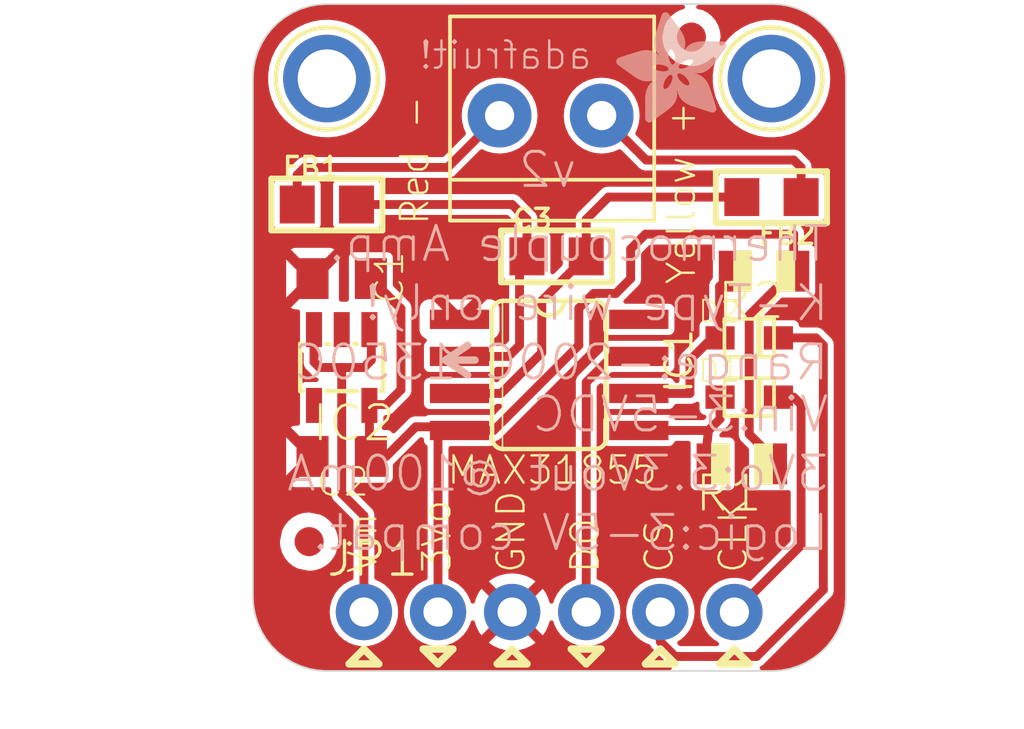
<source format=kicad_pcb>
(kicad_pcb (version 20221018) (generator pcbnew)
  (layers (0 "F.Cu" signal) (1 "In1.Cu" signal) (2 "In2.Cu" signal) (3 "In3.Cu" signal) (4 "In4.Cu" signal) (5 "In5.Cu" signal) (6 "In6.Cu" signal) (7 "In7.Cu" signal) (8 "In8.Cu" signal) (9 "In9.Cu" signal) (10 "In10.Cu" signal) (11 "In11.Cu" signal) (12 "In12.Cu" signal) (13 "In13.Cu" signal) (14 "In14.Cu" signal) (31 "B.Cu" signal) (34 "B.Paste" user) (35 "F.Paste" user) (36 "B.SilkS" user "B.Silkscreen") (37 "F.SilkS" user "F.Silkscreen") (38 "B.Mask" user) (39 "F.Mask" user) (44 "Edge.Cuts" user))
  (net 0 "")
  (net 1 "GND")
  (net 2 "DO")
  (net 3 "CS")
  (net 4 "+3V3")
  (net 5 "+5V")
  (net 6 "SCK")
  (net 7 "N$2")
  (net 8 "N$3")
  (net 9 "N$1")
  (net 10 "N$4")
  (net 11 "N$5")
  (net 12 "N$6")
  (footprint "working:FIDUCIAL_1MM" (layer "F.Cu") (at 140.2638 112.0013)
    (fp_text reference "U$2" hide)
    (fp_text value "FIDUCIAL" hide)
    (pad "1" smd roundrect (at 0 0) (size 1 1) (layers "F.Cu") (roundrect_rratio 0.5))
    (zone (net 0) (net_name "") (layer "F.Cu") (connect_pads (clearance 0)) (min_thickness 0.25)
      (keepout (tracks not_allowed) (vias not_allowed) (pads not_allowed) (copperpour not_allowed) (footprints allowed))
      (fill (thermal_gap 0.5) (thermal_bridge_width 0.5))
      (polygon (pts (xy 139.2638 112.0013) (xy 139.2638 112.0013) (xy 139.283015 112.19639) (xy 139.33992 112.383983) (xy 139.43233 112.55687) (xy 139.556693 112.708407) (xy 139.70823 112.83277) (xy 139.881117 112.92518) (xy 140.2638 113.0013) (xy 140.2638 113.0013) (xy 140.45889 112.982085) (xy 140.646483 112.92518) (xy 140.81937 112.83277) (xy 140.970907 112.708407) (xy 141.09527 112.55687) (xy 141.18768 112.383983) (xy 141.2638 112.0013) (xy 141.2638 112.0013) (xy 141.244585 111.80621) (xy 141.18768 111.618617) (xy 141.09527 111.44573) (xy 140.970907 111.294193) (xy 140.81937 111.16983) (xy 140.646483 111.07742) (xy 140.2638 111.0013) (xy 140.2638 111.0013) (xy 140.06871 111.020515) (xy 139.881117 111.07742) (xy 139.70823 111.16983) (xy 139.556693 111.294193) (xy 139.43233 111.44573) (xy 139.33992 111.618617)))
    )
  )
  (footprint "working:SOT23-5L" (layer "F.Cu") (at 141.3814 106.0323 180)
    (fp_text reference "IC2" (at -1.905 -1.905) (layer "F.SilkS") (effects (font (size 1.176528 1.176528) (thickness 0.093472)) (justify right)))
    (fp_text value "LP298XS")
    (pad "1" smd rect (at -0.95 1.3 180) (size 0.55 1.2) (layers "F.Cu" "F.Paste" "F.Mask") (net 5 "+5V"))
    (pad "2" smd rect (at 0 1.3 180) (size 0.55 1.2) (layers "F.Cu" "F.Paste" "F.Mask") (net 1 "GND"))
    (pad "3" smd rect (at 0.95 1.3 180) (size 0.55 1.2) (layers "F.Cu" "F.Paste" "F.Mask") (net 5 "+5V"))
    (pad "4" smd rect (at 0.95 -1.3 180) (size 0.55 1.2) (layers "F.Cu" "F.Paste" "F.Mask"))
    (pad "5" smd rect (at -0.95 -1.3 180) (size 0.55 1.2) (layers "F.Cu" "F.Paste" "F.Mask") (net 4 "+3V3"))
  )
  (footprint "working:C0805K" (layer "F.Cu") (at 141.3814 109.0803 180)
    (fp_text reference "C2" (at -1 -0.875) (layer "F.SilkS") (effects (font (size 0.941222 0.941222) (thickness 0.074778)) (justify right)))
    (fp_text value "10uF")
    (pad "1" smd rect (at -1 0 180) (size 1.1 1.4) (layers "F.Cu" "F.Paste" "F.Mask") (net 4 "+3V3"))
    (pad "2" smd rect (at 1 0 180) (size 1.1 1.4) (layers "F.Cu" "F.Paste" "F.Mask") (net 1 "GND"))
  )
  (footprint "working:SOD-323F" (layer "F.Cu") (at 155.3514 107.0483)
    (fp_text reference "D1" (at -1.8 -0.9) (layer "F.SilkS") (effects (font (size 0.752978 0.752978) (thickness 0.059822)) (justify left)))
    (fp_text value "1n4148")
    (pad "A" smd rect (at -1 0) (size 1 0.8) (layers "F.Cu" "F.Paste" "F.Mask") (net 6 "SCK"))
    (pad "C" smd rect (at 1 0) (size 1 0.8) (layers "F.Cu" "F.Paste" "F.Mask") (net 8 "N$3"))
  )
  (footprint "working:_0805" (layer "F.Cu") (at 156.1134 100.1903 180)
    (fp_text reference "FB2" (at -1.5875 -1.27) (layer "F.SilkS") (effects (font (size 0.692831 0.692831) (thickness 0.119969)) (justify right)))
    (fp_text value "Ferrite")
    (pad "1" smd rect (at -1.016 0 180) (size 1.2 1.3) (layers "F.Cu" "F.Paste" "F.Mask") (net 11 "N$5"))
    (pad "2" smd rect (at 1.016 0 180) (size 1.2 1.3) (layers "F.Cu" "F.Paste" "F.Mask") (net 12 "N$6"))
  )
  (footprint "working:MOUNTINGHOLE_2.0_PLATED" (layer "F.Cu") (at 156.1134 96.1263)
    (fp_text reference "U$4" hide)
    (fp_text value "MOUNTINGHOLE2.0" hide)
    (pad "P$1" thru_hole circle (at 0 0) (size 3 3) (drill 2) (layers "*.Cu" "*.Mask"))
    (zone (net 0) (net_name "") (layer "F.Cu") (connect_pads (clearance 0)) (min_thickness 0.25)
      (keepout (tracks not_allowed) (vias not_allowed) (pads not_allowed) (copperpour not_allowed) (footprints allowed))
      (fill (thermal_gap 0.5) (thermal_bridge_width 0.5))
      (polygon (pts (xy 158.1294 96.1263) (xy 158.10978 95.845727) (xy 158.051304 95.570615) (xy 157.955108 95.306319) (xy 157.823065 95.057983) (xy 157.657746 94.83044) (xy 157.462367 94.62812) (xy 157.240733 94.45496) (xy 156.997156 94.314331) (xy 156.736378 94.20897) (xy 156.463475 94.140928) (xy 156.183757 94.111528) (xy 155.902671 94.121344) (xy 155.625685 94.170184) (xy 155.358193 94.257097) (xy 155.1054 94.380393) (xy 154.872226 94.53767) (xy 154.663211 94.725869) (xy 154.482422 94.941325) (xy 154.333378 95.179845) (xy 154.21898 95.436787) (xy 154.141454 95.70715) (xy 154.102311 95.985671) (xy 154.102311 96.266929) (xy 154.141454 96.54545) (xy 154.21898 96.815813) (xy 154.333378 97.072755) (xy 154.482422 97.311275) (xy 154.663211 97.526731) (xy 154.872226 97.71493) (xy 155.1054 97.872207) (xy 155.358193 97.995503) (xy 155.625685 98.082416) (xy 155.902671 98.131256) (xy 156.183757 98.141072) (xy 156.463475 98.111672) (xy 156.736378 98.04363) (xy 156.997156 97.938269) (xy 157.240733 97.79764) (xy 157.462367 97.62448) (xy 157.657746 97.42216) (xy 157.823065 97.194617) (xy 157.955108 96.946281) (xy 158.051304 96.681985) (xy 158.10978 96.406873)))
      (polygon (pts (xy 156.0974 96.1263) (xy 156.102086 96.137614) (xy 156.1134 96.1423) (xy 156.124714 96.137614) (xy 156.1294 96.1263) (xy 156.124714 96.114986) (xy 156.1134 96.1103) (xy 156.102086 96.114986)))
    )
  )
  (footprint "working:_0805" (layer "F.Cu") (at 140.8734 100.4443)
    (fp_text reference "FB1" (at -1.5875 -1.27) (layer "F.SilkS") (effects (font (size 0.692831 0.692831) (thickness 0.119969)) (justify left)))
    (fp_text value "Ferrite")
    (pad "1" smd rect (at -1.016 0) (size 1.2 1.3) (layers "F.Cu" "F.Paste" "F.Mask") (net 9 "N$1"))
    (pad "2" smd rect (at 1.016 0) (size 1.2 1.3) (layers "F.Cu" "F.Paste" "F.Mask") (net 10 "N$4"))
  )
  (footprint "working:1X06_ROUND_76" (layer "F.Cu") (at 148.4934 114.4143)
    (fp_text reference "JP1" (at -7.6962 -1.8288) (layer "F.SilkS") (effects (font (size 1.1557 1.1557) (thickness 0.1143)) (justify left)))
    (fp_text value "Breakout")
    (pad "1" thru_hole circle (at -6.35 0 90) (size 1.9304 1.9304) (drill 1) (layers "*.Cu" "*.Mask") (net 5 "+5V"))
    (pad "2" thru_hole circle (at -3.81 0 90) (size 1.9304 1.9304) (drill 1) (layers "*.Cu" "*.Mask") (net 4 "+3V3"))
    (pad "3" thru_hole circle (at -1.27 0 90) (size 1.9304 1.9304) (drill 1) (layers "*.Cu" "*.Mask") (net 1 "GND"))
    (pad "4" thru_hole circle (at 1.27 0 90) (size 1.9304 1.9304) (drill 1) (layers "*.Cu" "*.Mask") (net 2 "DO"))
    (pad "5" thru_hole circle (at 3.81 0 90) (size 1.9304 1.9304) (drill 1) (layers "*.Cu" "*.Mask") (net 7 "N$2"))
    (pad "6" thru_hole circle (at 6.35 0 90) (size 1.9304 1.9304) (drill 1) (layers "*.Cu" "*.Mask") (net 8 "N$3"))
  )
  (footprint "working:SOD-323F" (layer "F.Cu") (at 155.3514 105.0163)
    (fp_text reference "D2" (at -1.8 -0.9) (layer "F.SilkS") (effects (font (size 0.752978 0.752978) (thickness 0.059822)) (justify left)))
    (fp_text value "1N4148")
    (pad "A" smd rect (at -1 0) (size 1 0.8) (layers "F.Cu" "F.Paste" "F.Mask") (net 3 "CS"))
    (pad "C" smd rect (at 1 0) (size 1 0.8) (layers "F.Cu" "F.Paste" "F.Mask") (net 7 "N$2"))
  )
  (footprint "working:_0805" (layer "F.Cu") (at 148.7474 102.2223)
    (fp_text reference "C3" (at -1.5875 -1.27) (layer "F.SilkS") (effects (font (size 0.692831 0.692831) (thickness 0.119969)) (justify left)))
    (fp_text value "0.01µF")
    (pad "1" smd rect (at -1.016 0) (size 1.2 1.3) (layers "F.Cu" "F.Paste" "F.Mask") (net 10 "N$4"))
    (pad "2" smd rect (at 1.016 0) (size 1.2 1.3) (layers "F.Cu" "F.Paste" "F.Mask") (net 12 "N$6"))
  )
  (footprint "working:FIDUCIAL_1MM" (layer "F.Cu") (at 153.3702 94.7039)
    (fp_text reference "U$1" hide)
    (fp_text value "FIDUCIAL" hide)
    (pad "1" smd roundrect (at 0 0) (size 1 1) (layers "F.Cu") (roundrect_rratio 0.5))
    (zone (net 0) (net_name "") (layer "F.Cu") (connect_pads (clearance 0)) (min_thickness 0.25)
      (keepout (tracks not_allowed) (vias not_allowed) (pads not_allowed) (copperpour not_allowed) (footprints allowed))
      (fill (thermal_gap 0.5) (thermal_bridge_width 0.5))
      (polygon (pts (xy 152.3702 94.7039) (xy 152.3702 94.7039) (xy 152.389415 94.89899) (xy 152.44632 95.086583) (xy 152.53873 95.25947) (xy 152.663093 95.411007) (xy 152.81463 95.53537) (xy 152.987517 95.62778) (xy 153.3702 95.7039) (xy 153.3702 95.7039) (xy 153.56529 95.684685) (xy 153.752883 95.62778) (xy 153.92577 95.53537) (xy 154.077307 95.411007) (xy 154.20167 95.25947) (xy 154.29408 95.086583) (xy 154.3702 94.7039) (xy 154.3702 94.7039) (xy 154.350985 94.50881) (xy 154.29408 94.321217) (xy 154.20167 94.14833) (xy 154.077307 93.996793) (xy 153.92577 93.87243) (xy 153.752883 93.78002) (xy 153.3702 93.7039) (xy 153.3702 93.7039) (xy 153.17511 93.723115) (xy 152.987517 93.78002) (xy 152.81463 93.87243) (xy 152.663093 93.996793) (xy 152.53873 94.14833) (xy 152.44632 94.321217)))
    )
  )
  (footprint "working:1X2-3.5MM" (layer "F.Cu") (at 148.4934 97.3963)
    (fp_text reference "J1" hide)
    (fp_text value "1X2-3.5MM" hide)
    (pad "1" thru_hole circle (at 1.8 0) (size 2.1844 2.1844) (drill 1) (layers "*.Cu" "*.Mask") (net 11 "N$5"))
    (pad "2" thru_hole circle (at -1.7 0) (size 2.1844 2.1844) (drill 1) (layers "*.Cu" "*.Mask") (net 9 "N$1"))
  )
  (footprint "working:R0805" (layer "F.Cu") (at 155.0974 109.3343 180)
    (fp_text reference "R1" (at -0.762 -1.016) (layer "F.SilkS") (effects (font (size 1.176528 1.176528) (thickness 0.093472)) (justify right)))
    (fp_text value "10K")
    (pad "1" smd rect (at -1 0 180) (size 1.1 1.4) (layers "F.Cu" "F.Paste" "F.Mask") (net 4 "+3V3"))
    (pad "2" smd rect (at 1 0 180) (size 1.1 1.4) (layers "F.Cu" "F.Paste" "F.Mask") (net 6 "SCK"))
  )
  (footprint "working:MOUNTINGHOLE_2.0_PLATED" (layer "F.Cu") (at 140.8734 96.1263)
    (fp_text reference "U$5" hide)
    (fp_text value "MOUNTINGHOLE2.0" hide)
    (pad "P$1" thru_hole circle (at 0 0) (size 3 3) (drill 2) (layers "*.Cu" "*.Mask"))
    (zone (net 0) (net_name "") (layer "F.Cu") (connect_pads (clearance 0)) (min_thickness 0.25)
      (keepout (tracks not_allowed) (vias not_allowed) (pads not_allowed) (copperpour not_allowed) (footprints allowed))
      (fill (thermal_gap 0.5) (thermal_bridge_width 0.5))
      (polygon (pts (xy 142.8894 96.1263) (xy 142.86978 95.845727) (xy 142.811304 95.570615) (xy 142.715108 95.306319) (xy 142.583065 95.057983) (xy 142.417746 94.83044) (xy 142.222367 94.62812) (xy 142.000733 94.45496) (xy 141.757156 94.314331) (xy 141.496378 94.20897) (xy 141.223475 94.140928) (xy 140.943757 94.111528) (xy 140.662671 94.121344) (xy 140.385685 94.170184) (xy 140.118193 94.257097) (xy 139.8654 94.380393) (xy 139.632226 94.53767) (xy 139.423211 94.725869) (xy 139.242422 94.941325) (xy 139.093378 95.179845) (xy 138.97898 95.436787) (xy 138.901454 95.70715) (xy 138.862311 95.985671) (xy 138.862311 96.266929) (xy 138.901454 96.54545) (xy 138.97898 96.815813) (xy 139.093378 97.072755) (xy 139.242422 97.311275) (xy 139.423211 97.526731) (xy 139.632226 97.71493) (xy 139.8654 97.872207) (xy 140.118193 97.995503) (xy 140.385685 98.082416) (xy 140.662671 98.131256) (xy 140.943757 98.141072) (xy 141.223475 98.111672) (xy 141.496378 98.04363) (xy 141.757156 97.938269) (xy 142.000733 97.79764) (xy 142.222367 97.62448) (xy 142.417746 97.42216) (xy 142.583065 97.194617) (xy 142.715108 96.946281) (xy 142.811304 96.681985) (xy 142.86978 96.406873)))
      (polygon (pts (xy 140.8574 96.1263) (xy 140.862086 96.137614) (xy 140.8734 96.1423) (xy 140.884714 96.137614) (xy 140.8894 96.1263) (xy 140.884714 96.114986) (xy 140.8734 96.1103) (xy 140.862086 96.114986)))
    )
  )
  (footprint "working:R0805" (layer "F.Cu") (at 155.8594 102.7303 180)
    (fp_text reference "R2" (at -0.762 -1.016) (layer "F.SilkS") (effects (font (size 1.176528 1.176528) (thickness 0.093472)) (justify right)))
    (fp_text value "10K")
    (pad "1" smd rect (at -1 0 180) (size 1.1 1.4) (layers "F.Cu" "F.Paste" "F.Mask") (net 4 "+3V3"))
    (pad "2" smd rect (at 1 0 180) (size 1.1 1.4) (layers "F.Cu" "F.Paste" "F.Mask") (net 3 "CS"))
  )
  (footprint "working:SO08" (layer "F.Cu") (at 148.4934 106.2863 -90)
    (fp_text reference "IC1" (at -1.651 -4.445 90) (layer "F.SilkS") (effects (font (size 0.9017 0.9017) (thickness 0.1143)) (justify right)))
    (fp_text value "MAX31855")
    (pad "1" smd rect (at -1.905 3.0734 270) (size 0.6604 2.032) (layers "F.Cu" "F.Paste" "F.Mask") (net 1 "GND"))
    (pad "2" smd rect (at -0.635 3.0734 270) (size 0.6604 2.032) (layers "F.Cu" "F.Paste" "F.Mask") (net 10 "N$4"))
    (pad "3" smd rect (at 0.635 3.0734 270) (size 0.6604 2.032) (layers "F.Cu" "F.Paste" "F.Mask") (net 12 "N$6"))
    (pad "4" smd rect (at 1.905 3.0734 270) (size 0.6604 2.032) (layers "F.Cu" "F.Paste" "F.Mask") (net 4 "+3V3"))
    (pad "5" smd rect (at 1.905 -3.0734 270) (size 0.6604 2.032) (layers "F.Cu" "F.Paste" "F.Mask") (net 6 "SCK"))
    (pad "6" smd rect (at 0.635 -3.0734 270) (size 0.6604 2.032) (layers "F.Cu" "F.Paste" "F.Mask") (net 3 "CS"))
    (pad "7" smd rect (at -0.635 -3.0734 270) (size 0.6604 2.032) (layers "F.Cu" "F.Paste" "F.Mask") (net 2 "DO"))
    (pad "8" smd rect (at -1.905 -3.0734 270) (size 0.6604 2.032) (layers "F.Cu" "F.Paste" "F.Mask"))
  )
  (footprint "working:C0805K" (layer "F.Cu") (at 141.3814 102.9843 180)
    (fp_text reference "C1" (at -1.637 1 90) (layer "F.SilkS") (effects (font (size 0.941222 0.941222) (thickness 0.074778)) (justify right)))
    (fp_text value "10uF")
    (pad "1" smd rect (at -1 0 180) (size 1.1 1.4) (layers "F.Cu" "F.Paste" "F.Mask") (net 4 "+3V3"))
    (pad "2" smd rect (at 1 0 180) (size 1.1 1.4) (layers "F.Cu" "F.Paste" "F.Mask") (net 1 "GND"))
  )
  (footprint "working:ADAFRUIT_3.5MM" (layer "B.Cu") (at 154.5894 97.6503 180)
    (fp_text reference "U$6" hide)
    (fp_text value "" hide)
  )
  (gr_line (start 144.9374 105.7783) (end 145.6994 105.2703) (stroke (width 0.254)) (layer "B.SilkS"))
  (gr_line (start 144.9374 105.7783) (end 145.6994 106.2863) (stroke (width 0.254)) (layer "B.SilkS"))
  (gr_line (start 145.9534 105.7783) (end 144.9374 105.7783) (stroke (width 0.254)) (layer "B.SilkS"))
  (gr_line (start 144.6834 116.1923) (end 145.1914 115.6843) (stroke (width 0.254)) (layer "F.SilkS"))
  (gr_line (start 141.6354 116.1923) (end 142.6514 116.1923) (stroke (width 0.254)) (layer "F.SilkS"))
  (gr_line (start 152.3034 115.6843) (end 151.7954 116.1923) (stroke (width 0.254)) (layer "F.SilkS"))
  (gr_line (start 152.8114 116.1923) (end 152.3034 115.6843) (stroke (width 0.254)) (layer "F.SilkS"))
  (gr_line (start 146.7154 116.1923) (end 147.7314 116.1923) (stroke (width 0.254)) (layer "F.SilkS"))
  (gr_line (start 155.3514 116.1923) (end 154.8434 115.6843) (stroke (width 0.254)) (layer "F.SilkS"))
  (gr_line (start 142.6514 116.1923) (end 142.1434 115.6843) (stroke (width 0.254)) (layer "F.SilkS"))
  (gr_line (start 142.1434 115.6843) (end 141.6354 116.1923) (stroke (width 0.254)) (layer "F.SilkS"))
  (gr_line (start 150.2714 115.6843) (end 149.2554 115.6843) (stroke (width 0.254)) (layer "F.SilkS"))
  (gr_line (start 147.2234 115.6843) (end 146.7154 116.1923) (stroke (width 0.254)) (layer "F.SilkS"))
  (gr_line (start 154.8434 115.6843) (end 154.3354 116.1923) (stroke (width 0.254)) (layer "F.SilkS"))
  (gr_line (start 151.7954 116.1923) (end 152.8114 116.1923) (stroke (width 0.254)) (layer "F.SilkS"))
  (gr_line (start 147.7314 116.1923) (end 147.2234 115.6843) (stroke (width 0.254)) (layer "F.SilkS"))
  (gr_line (start 149.2554 115.6843) (end 149.7634 116.1923) (stroke (width 0.254)) (layer "F.SilkS"))
  (gr_line (start 145.1914 115.6843) (end 144.1754 115.6843) (stroke (width 0.254)) (layer "F.SilkS"))
  (gr_line (start 154.3354 116.1923) (end 155.3514 116.1923) (stroke (width 0.254)) (layer "F.SilkS"))
  (gr_line (start 144.1754 115.6843) (end 144.6834 116.1923) (stroke (width 0.254)) (layer "F.SilkS"))
  (gr_line (start 149.7634 116.1923) (end 150.2714 115.6843) (stroke (width 0.254)) (layer "F.SilkS"))
  (gr_line (start 158.6638 113.8937) (end 158.6638 96.1135) (stroke (width 0.05)) (layer "Edge.Cuts"))
  (gr_line (start 138.3384 96.1135) (end 138.3384 113.8937) (stroke (width 0.05)) (layer "Edge.Cuts"))
  (gr_arc (start 138.3384 96.1135) (mid 139.082349 94.317449) (end 140.8784 93.5735) (stroke (width 0.05)) (layer "Edge.Cuts"))
  (gr_arc (start 158.6638 113.8937) (mid 157.919851 115.689751) (end 156.1238 116.4337) (stroke (width 0.05)) (layer "Edge.Cuts"))
  (gr_arc (start 140.8784 116.4337) (mid 139.082349 115.689751) (end 138.3384 113.8937) (stroke (width 0.05)) (layer "Edge.Cuts"))
  (gr_line (start 140.8784 116.4337) (end 156.1238 116.4337) (stroke (width 0.05)) (layer "Edge.Cuts"))
  (gr_arc (start 156.1238 93.5735) (mid 157.919851 94.317449) (end 158.6638 96.1135) (stroke (width 0.05)) (layer "Edge.Cuts"))
  (gr_line (start 156.1238 93.5735) (end 140.8784 93.5735) (stroke (width 0.05)) (layer "Edge.Cuts"))
  (gr_text "v2" (at 149.5094 99.9363) (layer "B.SilkS") (effects (font (size 1.1684 1.1684) (thickness 0.1016)) (justify left bottom mirror)))
  (gr_text "3Vo:3.3Vout @100mA" (at 158.1454 110.3503) (layer "B.SilkS") (effects (font (size 1.1684 1.1684) (thickness 0.1016)) (justify left bottom mirror)))
  (gr_text "Thermocouple Amp." (at 158.1454 102.4763) (layer "B.SilkS") (effects (font (size 1.1684 1.1684) (thickness 0.1016)) (justify left bottom mirror)))
  (gr_text "Range:-200C 1350C" (at 158.1454 106.5403) (layer "B.SilkS") (effects (font (size 1.1684 1.1684) (thickness 0.1016)) (justify left bottom mirror)))
  (gr_text "K-Type wire only!" (at 158.1454 104.5083) (layer "B.SilkS") (effects (font (size 1.1684 1.1684) (thickness 0.1016)) (justify left bottom mirror)))
  (gr_text "Vin:3-5VDC" (at 158.1454 108.3183) (layer "B.SilkS") (effects (font (size 1.1684 1.1684) (thickness 0.1016)) (justify left bottom mirror)))
  (gr_text "Logic:3-5V compat." (at 158.1454 112.3823) (layer "B.SilkS") (effects (font (size 1.1684 1.1684) (thickness 0.1016)) (justify left bottom mirror)))
  (gr_text "adafruit!" (at 150.0174 95.8723) (layer "B.SilkS") (effects (font (size 0.93472 0.93472) (thickness 0.08128)) (justify left bottom mirror)))
  (gr_text "Red -" (at 144.4294 101.2063 90) (layer "F.SilkS") (effects (font (size 0.93472 0.93472) (thickness 0.08128)) (justify left bottom)))
  (gr_text "DO" (at 150.2714 113.1443 90) (layer "F.SilkS") (effects (font (size 0.93472 0.93472) (thickness 0.08128)) (justify left bottom)))
  (gr_text "MAX31855" (at 144.9374 110.0963) (layer "F.SilkS") (effects (font (size 0.93472 0.93472) (thickness 0.08128)) (justify left bottom)))
  (gr_text "CLK" (at 155.3514 113.1443 90) (layer "F.SilkS") (effects (font (size 0.93472 0.93472) (thickness 0.08128)) (justify left bottom)))
  (gr_text "3Vo" (at 145.1914 113.1443 90) (layer "F.SilkS") (effects (font (size 0.93472 0.93472) (thickness 0.08128)) (justify left bottom)))
  (gr_text "Yellow +" (at 153.5734 103.2383 90) (layer "F.SilkS") (effects (font (size 0.93472 0.93472) (thickness 0.08128)) (justify left bottom)))
  (gr_text "CS" (at 152.8114 113.1443 90) (layer "F.SilkS") (effects (font (size 0.93472 0.93472) (thickness 0.08128)) (justify left bottom)))
  (gr_text "GND" (at 147.7314 113.1443 90) (layer "F.SilkS") (effects (font (size 0.93472 0.93472) (thickness 0.08128)) (justify left bottom)))
  (gr_text "Vin" (at 142.6514 113.1443 90) (layer "F.SilkS") (effects (font (size 0.93472 0.93472) (thickness 0.08128)) (justify left bottom)))
  (segment (start 150.7794 105.5243) (end 151.7954 105.5243) (width 0.3048) (layer "F.Cu") (net 2))
  (segment (start 149.7634 114.4143) (end 149.7634 106.5403) (width 0.3048) (layer "F.Cu") (net 2))
  (segment (start 151.6684 105.6513) (end 151.5668 105.6513) (width 0.3048) (layer "F.Cu") (net 2))
  (segment (start 151.7954 105.5243) (end 151.6684 105.6513) (width 0.3048) (layer "F.Cu") (net 2))
  (segment (start 149.7634 106.5403) (end 150.7794 105.5243) (width 0.3048) (layer "F.Cu") (net 2))
  (segment (start 154.3354 103.2543) (end 154.8594 102.7303) (width 0.3048) (layer "F.Cu") (net 3))
  (segment (start 154.3514 105.0163) (end 154.3354 105.0003) (width 0.3048) (layer "F.Cu") (net 3))
  (segment (start 154.3354 105.0003) (end 154.3354 103.2543) (width 0.3048) (layer "F.Cu") (net 3))
  (segment (start 154.0814 105.0163) (end 154.3514 105.0163) (width 0.3048) (layer "F.Cu") (net 3))
  (segment (start 153.3194 106.9213) (end 153.3194 105.7783) (width 0.3048) (layer "F.Cu") (net 3))
  (segment (start 151.5668 106.9213) (end 153.3194 106.9213) (width 0.3048) (layer "F.Cu") (net 3))
  (segment (start 153.3194 105.7783) (end 154.0814 105.0163) (width 0.3048) (layer "F.Cu") (net 3))
  (segment (start 151.2874 101.9683) (end 151.7954 101.4603) (width 0.3048) (layer "F.Cu") (net 4))
  (segment (start 156.8754 101.4603) (end 156.8754 102.7143) (width 0.3048) (layer "F.Cu") (net 4))
  (segment (start 143.4134 106.7943) (end 143.4134 104.0163) (width 0.3048) (layer "F.Cu") (net 4))
  (segment (start 150.7794 103.4923) (end 151.2874 102.9843) (width 0.3048) (layer "F.Cu") (net 4))
  (segment (start 142.3974 108.8263) (end 142.3314 108.7603) (width 0.3048) (layer "F.Cu") (net 4))
  (segment (start 142.3814 109.0803) (end 142.3814 108.8423) (width 0.3048) (layer "F.Cu") (net 4))
  (segment (start 142.9054 109.0803) (end 142.3814 109.0803) (width 0.3048) (layer "F.Cu") (net 4))
  (segment (start 156.8594 102.7303) (end 155.3514 104.2383) (width 0.3048) (layer "F.Cu") (net 4))
  (segment (start 143.9214 108.0643) (end 142.9054 109.0803) (width 0.3048) (layer "F.Cu") (net 4))
  (segment (start 146.5884 108.1913) (end 149.5094 105.2703) (width 0.3048) (layer "F.Cu") (net 4))
  (segment (start 142.3814 108.8423) (end 142.3974 108.8263) (width 0.3048) (layer "F.Cu") (net 4))
  (segment (start 149.5094 104.0003) (end 150.0174 103.4923) (width 0.3048) (layer "F.Cu") (net 4))
  (segment (start 144.6834 108.0643) (end 143.9214 108.0643) (width 0.3048) (layer "F.Cu") (net 4))
  (segment (start 156.8754 102.7143) (end 156.8594 102.7303) (width 0.3048) (layer "F.Cu") (net 4))
  (segment (start 142.3314 108.7603) (end 142.3314 107.3323) (width 0.3048) (layer "F.Cu") (net 4))
  (segment (start 155.3514 104.2383) (end 155.3514 108.3183) (width 0.3048) (layer "F.Cu") (net 4))
  (segment (start 150.0174 103.4923) (end 150.7794 103.4923) (width 0.3048) (layer "F.Cu") (net 4))
  (segment (start 142.9054 107.3023) (end 143.4134 106.7943) (width 0.3048) (layer "F.Cu") (net 4))
  (segment (start 142.3614 107.3023) (end 142.9054 107.3023) (width 0.3048) (layer "F.Cu") (net 4))
  (segment (start 143.4134 104.0163) (end 142.3814 102.9843) (width 0.3048) (layer "F.Cu") (net 4))
  (segment (start 144.6834 108.0643) (end 145.42 108.0643) (width 0.3048) (layer "F.Cu") (net 4))
  (segment (start 155.3514 108.3183) (end 156.1134 109.0803) (width 0.3048) (layer "F.Cu") (net 4))
  (segment (start 145.42 108.0643) (end 145.42 108.1913) (width 0.3048) (layer "F.Cu") (net 4))
  (segment (start 151.7954 101.4603) (end 156.8754 101.4603) (width 0.3048) (layer "F.Cu") (net 4))
  (segment (start 144.6834 114.4143) (end 144.6834 108.0643) (width 0.3048) (layer "F.Cu") (net 4))
  (segment (start 145.42 108.1913) (end 146.5884 108.1913) (width 0.3048) (layer "F.Cu") (net 4))
  (segment (start 142.3814 109.0803) (end 142.1434 109.0803) (width 0.3048) (layer "F.Cu") (net 4))
  (segment (start 145.42 108.0643) (end 145.4454 108.0643) (width 0.3048) (layer "F.Cu") (net 4))
  (segment (start 151.2874 102.9843) (end 151.2874 101.9683) (width 0.3048) (layer "F.Cu") (net 4))
  (segment (start 149.5094 105.2703) (end 149.5094 104.0003) (width 0.3048) (layer "F.Cu") (net 4))
  (segment (start 156.1134 109.0803) (end 156.0974 109.3343) (width 0.3048) (layer "F.Cu") (net 4))
  (segment (start 142.3314 107.3323) (end 142.3614 107.3023) (width 0.3048) (layer "F.Cu") (net 4))
  (segment (start 142.3974 105.0163) (end 142.3614 104.7623) (width 0.3048) (layer "F.Cu") (net 5))
  (segment (start 142.1434 114.4143) (end 142.1434 111.1123) (width 0.3048) (layer "F.Cu") (net 5))
  (segment (start 141.3814 106.0323) (end 140.6194 106.0323) (width 0.3048) (layer "F.Cu") (net 5))
  (segment (start 142.1434 111.1123) (end 141.3814 110.3503) (width 0.3048) (layer "F.Cu") (net 5))
  (segment (start 141.3814 106.0323) (end 142.1434 106.0323) (width 0.3048) (layer "F.Cu") (net 5))
  (segment (start 140.6194 106.0323) (end 140.4314 105.8443) (width 0.3048) (layer "F.Cu") (net 5))
  (segment (start 140.4314 105.8443) (end 140.4314 104.7323) (width 0.3048) (layer "F.Cu") (net 5))
  (segment (start 142.3614 104.7623) (end 142.3314 104.7323) (width 0.3048) (layer "F.Cu") (net 5))
  (segment (start 141.3814 110.3503) (end 141.3814 106.0323) (width 0.3048) (layer "F.Cu") (net 5))
  (segment (start 142.3974 105.7783) (end 142.3974 105.0163) (width 0.3048) (layer "F.Cu") (net 5))
  (segment (start 142.1434 106.0323) (end 142.3974 105.7783) (width 0.3048) (layer "F.Cu") (net 5))
  (segment (start 154.3514 107.7943) (end 154.3514 107.0483) (width 0.3048) (layer "F.Cu") (net 6))
  (segment (start 154.0974 109.3343) (end 153.8274 109.3343) (width 0.3048) (layer "F.Cu") (net 6))
  (segment (start 153.9544 108.1913) (end 151.5668 108.1913) (width 0.3048) (layer "F.Cu") (net 6))
  (segment (start 153.9544 108.1913) (end 154.3514 107.7943) (width 0.3048) (layer "F.Cu") (net 6))
  (segment (start 153.8274 109.3343) (end 153.9544 108.1913) (width 0.3048) (layer "F.Cu") (net 6))
  (segment (start 152.3034 115.4303) (end 152.8114 115.9383) (width 0.3048) (layer "F.Cu") (net 7))
  (segment (start 157.8914 113.6523) (end 157.8914 105.2703) (width 0.3048) (layer "F.Cu") (net 7))
  (segment (start 157.6374 105.0163) (end 156.3514 105.0163) (width 0.3048) (layer "F.Cu") (net 7))
  (segment (start 152.8114 115.9383) (end 155.6054 115.9383) (width 0.3048) (layer "F.Cu") (net 7))
  (segment (start 155.6054 115.9383) (end 157.8914 113.6523) (width 0.3048) (layer "F.Cu") (net 7))
  (segment (start 157.8914 105.2703) (end 157.6374 105.0163) (width 0.3048) (layer "F.Cu") (net 7))
  (segment (start 152.3034 114.4143) (end 152.3034 115.4303) (width 0.3048) (layer "F.Cu") (net 7))
  (segment (start 157.1294 112.1283) (end 157.1294 107.3023) (width 0.3048) (layer "F.Cu") (net 8))
  (segment (start 154.8434 114.4143) (end 157.1294 112.1283) (width 0.3048) (layer "F.Cu") (net 8))
  (segment (start 157.1294 107.3023) (end 156.8754 107.0483) (width 0.3048) (layer "F.Cu") (net 8))
  (segment (start 156.8754 107.0483) (end 156.3514 107.0483) (width 0.3048) (layer "F.Cu") (net 8))
  (segment (start 140.1114 99.1743) (end 145.0154 99.1743) (width 0.3048) (layer "F.Cu") (net 9))
  (segment (start 139.8574 99.4283) (end 140.1114 99.1743) (width 0.3048) (layer "F.Cu") (net 9))
  (segment (start 139.8574 100.4443) (end 139.8574 99.4283) (width 0.3048) (layer "F.Cu") (net 9))
  (segment (start 145.0154 99.1743) (end 146.7934 97.3963) (width 0.3048) (layer "F.Cu") (net 9))
  (segment (start 147.2234 100.4443) (end 147.7314 100.9523) (width 0.3048) (layer "F.Cu") (net 10))
  (segment (start 147.0964 105.6513) (end 147.4774 105.2703) (width 0.3048) (layer "F.Cu") (net 10))
  (segment (start 145.42 105.6513) (end 147.0964 105.6513) (width 0.3048) (layer "F.Cu") (net 10))
  (segment (start 147.4774 105.2703) (end 147.4774 102.4763) (width 0.3048) (layer "F.Cu") (net 10))
  (segment (start 147.4774 102.4763) (end 147.7314 102.2223) (width 0.3048) (layer "F.Cu") (net 10))
  (segment (start 147.7314 100.9523) (end 147.7314 102.2223) (width 0.3048) (layer "F.Cu") (net 10))
  (segment (start 141.8894 100.4443) (end 147.2234 100.4443) (width 0.3048) (layer "F.Cu") (net 10))
  (segment (start 157.1294 100.1903) (end 157.1294 99.1743) (width 0.3048) (layer "F.Cu") (net 11))
  (segment (start 151.8174 98.9203) (end 150.2934 97.3963) (width 0.3048) (layer "F.Cu") (net 11))
  (segment (start 157.1294 99.1743) (end 156.8754 98.9203) (width 0.3048) (layer "F.Cu") (net 11))
  (segment (start 156.8754 98.9203) (end 151.8174 98.9203) (width 0.3048) (layer "F.Cu") (net 11))
  (segment (start 149.7634 100.9523) (end 149.7634 102.2223) (width 0.3048) (layer "F.Cu") (net 12))
  (segment (start 146.8424 106.9213) (end 148.2394 105.5243) (width 0.3048) (layer "F.Cu") (net 12))
  (segment (start 155.0974 100.1903) (end 150.5254 100.1903) (width 0.3048) (layer "F.Cu") (net 12))
  (segment (start 150.5254 100.1903) (end 149.7634 100.9523) (width 0.3048) (layer "F.Cu") (net 12))
  (segment (start 148.2394 105.5243) (end 148.2394 103.7463) (width 0.3048) (layer "F.Cu") (net 12))
  (segment (start 145.42 106.9213) (end 146.8424 106.9213) (width 0.3048) (layer "F.Cu") (net 12))
  (segment (start 148.2394 103.7463) (end 149.7634 102.2223) (width 0.3048) (layer "F.Cu") (net 12))
  (zone (net 1) (net_name "GND") (layer "F.Cu") (priority 6) (connect_pads (clearance 0.000001)) (min_thickness 0.1524) (fill yes (thermal_gap 0.3548) (thermal_bridge_width 0.3548))
    (polygon (pts (xy 159.3138 116.8527) (xy 137.927 116.8527) (xy 137.927 93.4339) (xy 159.3138 93.4339)))
  )
)
</source>
